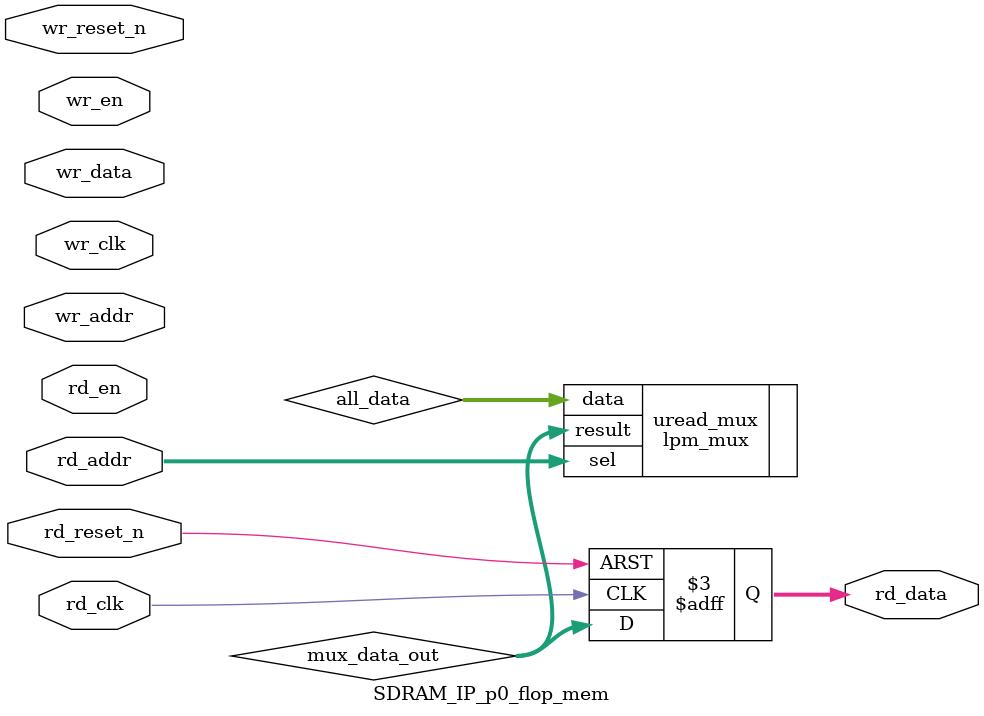
<source format=v>



`timescale 1 ps / 1 ps

(* altera_attribute = "-name ALLOW_SYNCH_CTRL_USAGE ON;-name AUTO_CLOCK_ENABLE_RECOGNITION ON" *)
module SDRAM_IP_p0_flop_mem(
	wr_reset_n,
	wr_clk,
	wr_en,
	wr_addr,
	wr_data,
	rd_reset_n,
	rd_clk,
	rd_en,
	rd_addr,
	rd_data
);

parameter WRITE_MEM_DEPTH	= "";
parameter WRITE_ADDR_WIDTH	= "";
parameter WRITE_DATA_WIDTH	= "";
parameter READ_MEM_DEPTH	= "";
parameter READ_ADDR_WIDTH	= "";		 
parameter READ_DATA_WIDTH	= "";


input	wr_reset_n;
input	wr_clk;
input	wr_en;
input	[WRITE_ADDR_WIDTH-1:0] wr_addr;
input	[WRITE_DATA_WIDTH-1:0] wr_data;
input	rd_reset_n;
input	rd_clk;
input	rd_en;
input	[READ_ADDR_WIDTH-1:0] rd_addr;
output	[READ_DATA_WIDTH-1:0] rd_data;



wire	[WRITE_DATA_WIDTH*WRITE_MEM_DEPTH-1:0] all_data;
wire	[READ_DATA_WIDTH-1:0] mux_data_out;



// declare a memory with WRITE_MEM_DEPTH entries
// each entry contains a data size of WRITE_DATA_WIDTH
reg	[WRITE_DATA_WIDTH-1:0] data_stored [0:WRITE_MEM_DEPTH-1] /* synthesis syn_preserve = 1 */;
reg	[READ_DATA_WIDTH-1:0] rd_data;

generate
genvar entry;
	for (entry=0; entry < WRITE_MEM_DEPTH; entry=entry+1)
	begin: mem_location
		assign all_data[(WRITE_DATA_WIDTH*(entry+1)-1) : (WRITE_DATA_WIDTH*entry)] = data_stored[entry]; 
		
		always @(posedge wr_clk or negedge wr_reset_n)
		begin
			if (~wr_reset_n) begin
				data_stored[entry] <= {WRITE_DATA_WIDTH{1'b0}};
			end else begin
				if (wr_en) begin
					if (entry == wr_addr) begin
						data_stored[entry] <= wr_data;
					end
				end
			end
		end		
	end
endgenerate

// mux to select the correct output data based on read address
lpm_mux	uread_mux(
	.sel (rd_addr),
	.data (all_data),
	.result (mux_data_out)
	// synopsys translate_off
	,
	.aclr (),
	.clken (),
	.clock ()
	// synopsys translate_on
	);
 defparam uread_mux.lpm_size = READ_MEM_DEPTH;
 defparam uread_mux.lpm_type = "LPM_MUX";
 defparam uread_mux.lpm_width = READ_DATA_WIDTH;
 defparam uread_mux.lpm_widths = READ_ADDR_WIDTH;

always @(posedge rd_clk or negedge rd_reset_n)	
begin
	if (~rd_reset_n) begin
		rd_data <= {READ_DATA_WIDTH{1'b0}};
	end else begin
		rd_data <= mux_data_out;
	end
end

endmodule

</source>
